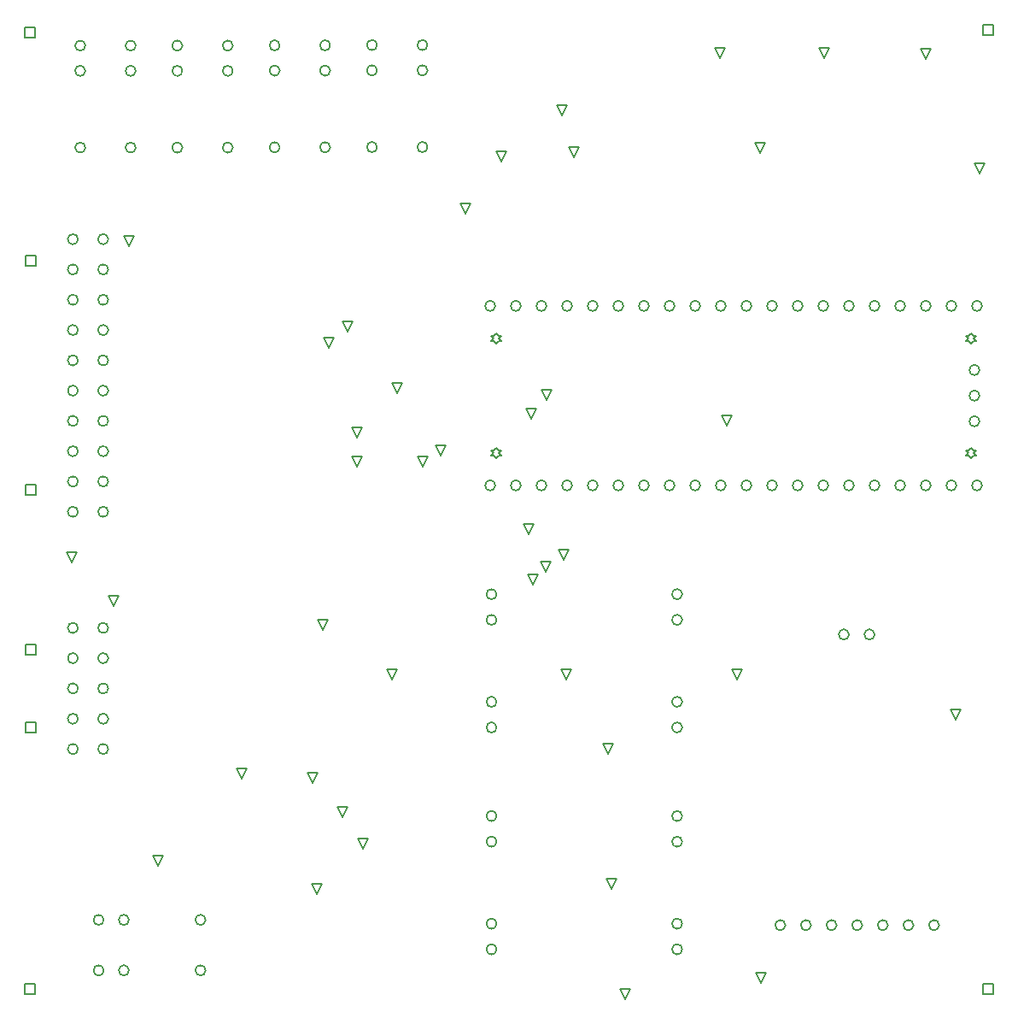
<source format=gbr>
%TF.GenerationSoftware,Altium Limited,Altium Designer,23.4.1 (23)*%
G04 Layer_Color=2752767*
%FSLAX45Y45*%
%MOMM*%
%TF.SameCoordinates,A75527D8-0430-496F-940A-C9051ED7E30B*%
%TF.FilePolarity,Positive*%
%TF.FileFunction,Drawing*%
%TF.Part,Single*%
G01*
G75*
%TA.AperFunction,NonConductor*%
%ADD72C,0.16933*%
%ADD74C,0.12700*%
D72*
X1025800Y2925000D02*
G03*
X1025800Y2925000I-50800J0D01*
G01*
Y3525000D02*
G03*
X1025800Y3525000I-50800J0D01*
G01*
Y3225000D02*
G03*
X1025800Y3225000I-50800J0D01*
G01*
Y3825000D02*
G03*
X1025800Y3825000I-50800J0D01*
G01*
X725800Y3525000D02*
G03*
X725800Y3525000I-50800J0D01*
G01*
Y3225000D02*
G03*
X725800Y3225000I-50800J0D01*
G01*
Y2925000D02*
G03*
X725800Y2925000I-50800J0D01*
G01*
Y2625000D02*
G03*
X725800Y2625000I-50800J0D01*
G01*
X1025800D02*
G03*
X1025800Y2625000I-50800J0D01*
G01*
X725800Y3825000D02*
G03*
X725800Y3825000I-50800J0D01*
G01*
Y6175000D02*
G03*
X725800Y6175000I-50800J0D01*
G01*
Y7075000D02*
G03*
X725800Y7075000I-50800J0D01*
G01*
Y6775000D02*
G03*
X725800Y6775000I-50800J0D01*
G01*
Y7675000D02*
G03*
X725800Y7675000I-50800J0D01*
G01*
Y7375000D02*
G03*
X725800Y7375000I-50800J0D01*
G01*
Y6475000D02*
G03*
X725800Y6475000I-50800J0D01*
G01*
Y5275000D02*
G03*
X725800Y5275000I-50800J0D01*
G01*
Y4975000D02*
G03*
X725800Y4975000I-50800J0D01*
G01*
Y5875000D02*
G03*
X725800Y5875000I-50800J0D01*
G01*
Y5575000D02*
G03*
X725800Y5575000I-50800J0D01*
G01*
X1025800Y4975000D02*
G03*
X1025800Y4975000I-50800J0D01*
G01*
Y5275000D02*
G03*
X1025800Y5275000I-50800J0D01*
G01*
Y5575000D02*
G03*
X1025800Y5575000I-50800J0D01*
G01*
Y5875000D02*
G03*
X1025800Y5875000I-50800J0D01*
G01*
Y6175000D02*
G03*
X1025800Y6175000I-50800J0D01*
G01*
Y6475000D02*
G03*
X1025800Y6475000I-50800J0D01*
G01*
Y6775000D02*
G03*
X1025800Y6775000I-50800J0D01*
G01*
Y7075000D02*
G03*
X1025800Y7075000I-50800J0D01*
G01*
Y7375000D02*
G03*
X1025800Y7375000I-50800J0D01*
G01*
Y7675000D02*
G03*
X1025800Y7675000I-50800J0D01*
G01*
X1990800Y932500D02*
G03*
X1990800Y932500I-50800J0D01*
G01*
X1230800D02*
G03*
X1230800Y932500I-50800J0D01*
G01*
X980800D02*
G03*
X980800Y932500I-50800J0D01*
G01*
Y432500D02*
G03*
X980800Y432500I-50800J0D01*
G01*
X1230800D02*
G03*
X1230800Y432500I-50800J0D01*
G01*
X1990800D02*
G03*
X1990800Y432500I-50800J0D01*
G01*
X1298300Y8582500D02*
G03*
X1298300Y8582500I-50800J0D01*
G01*
Y9342500D02*
G03*
X1298300Y9342500I-50800J0D01*
G01*
Y9592500D02*
G03*
X1298300Y9592500I-50800J0D01*
G01*
X798300D02*
G03*
X798300Y9592500I-50800J0D01*
G01*
Y9342500D02*
G03*
X798300Y9342500I-50800J0D01*
G01*
Y8582500D02*
G03*
X798300Y8582500I-50800J0D01*
G01*
X4190800Y8587500D02*
G03*
X4190800Y8587500I-50800J0D01*
G01*
Y9347500D02*
G03*
X4190800Y9347500I-50800J0D01*
G01*
Y9597500D02*
G03*
X4190800Y9597500I-50800J0D01*
G01*
X3690800D02*
G03*
X3690800Y9597500I-50800J0D01*
G01*
Y9347500D02*
G03*
X3690800Y9347500I-50800J0D01*
G01*
Y8587500D02*
G03*
X3690800Y8587500I-50800J0D01*
G01*
X3225800Y8585000D02*
G03*
X3225800Y8585000I-50800J0D01*
G01*
Y9345000D02*
G03*
X3225800Y9345000I-50800J0D01*
G01*
Y9595000D02*
G03*
X3225800Y9595000I-50800J0D01*
G01*
X2725800D02*
G03*
X2725800Y9595000I-50800J0D01*
G01*
Y9345000D02*
G03*
X2725800Y9345000I-50800J0D01*
G01*
Y8585000D02*
G03*
X2725800Y8585000I-50800J0D01*
G01*
X2260800Y8582500D02*
G03*
X2260800Y8582500I-50800J0D01*
G01*
Y9342500D02*
G03*
X2260800Y9342500I-50800J0D01*
G01*
Y9592500D02*
G03*
X2260800Y9592500I-50800J0D01*
G01*
X1760800D02*
G03*
X1760800Y9592500I-50800J0D01*
G01*
Y9342500D02*
G03*
X1760800Y9342500I-50800J0D01*
G01*
Y8582500D02*
G03*
X1760800Y8582500I-50800J0D01*
G01*
X9663400Y6379000D02*
G03*
X9663400Y6379000I-50800J0D01*
G01*
Y5871000D02*
G03*
X9663400Y5871000I-50800J0D01*
G01*
Y6125000D02*
G03*
X9663400Y6125000I-50800J0D01*
G01*
X6640800Y7014000D02*
G03*
X6640800Y7014000I-50800J0D01*
G01*
X7910800D02*
G03*
X7910800Y7014000I-50800J0D01*
G01*
X9180800Y5236000D02*
G03*
X9180800Y5236000I-50800J0D01*
G01*
X7910800D02*
G03*
X7910800Y5236000I-50800J0D01*
G01*
X4862800Y7014000D02*
G03*
X4862800Y7014000I-50800J0D01*
G01*
X5116800D02*
G03*
X5116800Y7014000I-50800J0D01*
G01*
X5624800D02*
G03*
X5624800Y7014000I-50800J0D01*
G01*
X5878800D02*
G03*
X5878800Y7014000I-50800J0D01*
G01*
X6132800D02*
G03*
X6132800Y7014000I-50800J0D01*
G01*
X6386800D02*
G03*
X6386800Y7014000I-50800J0D01*
G01*
X6894800D02*
G03*
X6894800Y7014000I-50800J0D01*
G01*
X7148800D02*
G03*
X7148800Y7014000I-50800J0D01*
G01*
X7402800D02*
G03*
X7402800Y7014000I-50800J0D01*
G01*
X7656800D02*
G03*
X7656800Y7014000I-50800J0D01*
G01*
X8164800D02*
G03*
X8164800Y7014000I-50800J0D01*
G01*
X8418800D02*
G03*
X8418800Y7014000I-50800J0D01*
G01*
X8672800D02*
G03*
X8672800Y7014000I-50800J0D01*
G01*
X8926800D02*
G03*
X8926800Y7014000I-50800J0D01*
G01*
X9434800D02*
G03*
X9434800Y7014000I-50800J0D01*
G01*
X9688800D02*
G03*
X9688800Y7014000I-50800J0D01*
G01*
Y5236000D02*
G03*
X9688800Y5236000I-50800J0D01*
G01*
X9434800D02*
G03*
X9434800Y5236000I-50800J0D01*
G01*
X8926800D02*
G03*
X8926800Y5236000I-50800J0D01*
G01*
X8672800D02*
G03*
X8672800Y5236000I-50800J0D01*
G01*
X8418800D02*
G03*
X8418800Y5236000I-50800J0D01*
G01*
X8164800D02*
G03*
X8164800Y5236000I-50800J0D01*
G01*
X7656800D02*
G03*
X7656800Y5236000I-50800J0D01*
G01*
X7402800D02*
G03*
X7402800Y5236000I-50800J0D01*
G01*
X7148800D02*
G03*
X7148800Y5236000I-50800J0D01*
G01*
X6894800D02*
G03*
X6894800Y5236000I-50800J0D01*
G01*
X6386800D02*
G03*
X6386800Y5236000I-50800J0D01*
G01*
X6132800D02*
G03*
X6132800Y5236000I-50800J0D01*
G01*
X5878800D02*
G03*
X5878800Y5236000I-50800J0D01*
G01*
X5624800D02*
G03*
X5624800Y5236000I-50800J0D01*
G01*
X5116800D02*
G03*
X5116800Y5236000I-50800J0D01*
G01*
X4862800D02*
G03*
X4862800Y5236000I-50800J0D01*
G01*
X5370800D02*
G03*
X5370800Y5236000I-50800J0D01*
G01*
X6640800D02*
G03*
X6640800Y5236000I-50800J0D01*
G01*
X5370800Y7014000D02*
G03*
X5370800Y7014000I-50800J0D01*
G01*
X9180800D02*
G03*
X9180800Y7014000I-50800J0D01*
G01*
X4875800Y1961000D02*
G03*
X4875800Y1961000I-50800J0D01*
G01*
Y1707000D02*
G03*
X4875800Y1707000I-50800J0D01*
G01*
Y641000D02*
G03*
X4875800Y641000I-50800J0D01*
G01*
X6715800Y895000D02*
G03*
X6715800Y895000I-50800J0D01*
G01*
Y641000D02*
G03*
X6715800Y641000I-50800J0D01*
G01*
X4875800Y895000D02*
G03*
X4875800Y895000I-50800J0D01*
G01*
X6715800Y1707000D02*
G03*
X6715800Y1707000I-50800J0D01*
G01*
Y1961000D02*
G03*
X6715800Y1961000I-50800J0D01*
G01*
Y4158500D02*
G03*
X6715800Y4158500I-50800J0D01*
G01*
Y3904500D02*
G03*
X6715800Y3904500I-50800J0D01*
G01*
X4875800Y3092500D02*
G03*
X4875800Y3092500I-50800J0D01*
G01*
X6715800Y2838500D02*
G03*
X6715800Y2838500I-50800J0D01*
G01*
Y3092500D02*
G03*
X6715800Y3092500I-50800J0D01*
G01*
X4875800Y2838500D02*
G03*
X4875800Y2838500I-50800J0D01*
G01*
Y3904500D02*
G03*
X4875800Y3904500I-50800J0D01*
G01*
Y4158500D02*
G03*
X4875800Y4158500I-50800J0D01*
G01*
X9008800Y880000D02*
G03*
X9008800Y880000I-50800J0D01*
G01*
X7738800D02*
G03*
X7738800Y880000I-50800J0D01*
G01*
X7992800D02*
G03*
X7992800Y880000I-50800J0D01*
G01*
X8246800D02*
G03*
X8246800Y880000I-50800J0D01*
G01*
X8500800D02*
G03*
X8500800Y880000I-50800J0D01*
G01*
X8754800D02*
G03*
X8754800Y880000I-50800J0D01*
G01*
X9262800D02*
G03*
X9262800Y880000I-50800J0D01*
G01*
X8622800Y3760000D02*
G03*
X8622800Y3760000I-50800J0D01*
G01*
X8368800D02*
G03*
X8368800Y3760000I-50800J0D01*
G01*
D74*
X205700Y3558200D02*
Y3659800D01*
X307300D01*
Y3558200D01*
X205700D01*
X205700Y2788200D02*
Y2889800D01*
X307300D01*
Y2788200D01*
X205700D01*
Y5138200D02*
Y5239800D01*
X307300D01*
Y5138200D01*
X205700D01*
X205700Y7408200D02*
Y7509800D01*
X307300D01*
Y7408200D01*
X205700D01*
X9575000Y5504201D02*
X9600400Y5529601D01*
X9625800D01*
X9600400Y5555001D01*
X9625800Y5580401D01*
X9600400D01*
X9575000Y5605801D01*
X9549600Y5580401D01*
X9524200D01*
X9549600Y5555001D01*
X9524200Y5529601D01*
X9549600D01*
X9575000Y5504201D01*
X4874999Y6644200D02*
X4900399Y6669600D01*
X4925799D01*
X4900399Y6695000D01*
X4925799Y6720400D01*
X4900399D01*
X4874999Y6745800D01*
X4849599Y6720400D01*
X4824199D01*
X4849599Y6695000D01*
X4824199Y6669600D01*
X4849599D01*
X4874999Y6644200D01*
X9575000D02*
X9600400Y6669600D01*
X9625800D01*
X9600400Y6695000D01*
X9625800Y6720400D01*
X9600400D01*
X9575000Y6745800D01*
X9549600Y6720400D01*
X9524200D01*
X9549600Y6695000D01*
X9524200Y6669600D01*
X9549600D01*
X9575000Y6644200D01*
X4874999Y5504201D02*
X4900399Y5529601D01*
X4925799D01*
X4900399Y5555001D01*
X4925799Y5580401D01*
X4900399D01*
X4874999Y5605801D01*
X4849599Y5580401D01*
X4824199D01*
X4849599Y5555001D01*
X4824199Y5529601D01*
X4849599D01*
X4874999Y5504201D01*
X5565000Y3309200D02*
X5514200Y3410800D01*
X5615800D01*
X5565000Y3309200D01*
X3092500Y1184200D02*
X3041700Y1285800D01*
X3143300D01*
X3092500Y1184200D01*
X7155000Y5824200D02*
X7104200Y5925800D01*
X7205800D01*
X7155000Y5824200D01*
X4317500Y5529200D02*
X4266700Y5630800D01*
X4368300D01*
X4317500Y5529200D01*
X4140000Y5420700D02*
X4089200Y5522300D01*
X4190800D01*
X4140000Y5420700D01*
X3490000D02*
X3439200Y5522300D01*
X3540800D01*
X3490000Y5420700D01*
Y5705468D02*
X3439200Y5807068D01*
X3540800D01*
X3490000Y5705468D01*
X3154366Y3800841D02*
X3103566Y3902441D01*
X3205166D01*
X3154366Y3800841D01*
X3835200Y3309400D02*
X3784400Y3411000D01*
X3886000D01*
X3835200Y3309400D01*
X7487500Y8526700D02*
X7436700Y8628300D01*
X7538300D01*
X7487500Y8526700D01*
X4925000Y8441700D02*
X4874200Y8543300D01*
X4975800D01*
X4925000Y8441700D01*
X9662500Y8329200D02*
X9611700Y8430800D01*
X9713300D01*
X9662500Y8329200D01*
X6012500Y1236700D02*
X5961700Y1338300D01*
X6063300D01*
X6012500Y1236700D01*
X667500Y4476700D02*
X616700Y4578300D01*
X718300D01*
X667500Y4476700D01*
X3215000Y6596700D02*
X3164200Y6698300D01*
X3265800D01*
X3215000Y6596700D01*
X5640000Y8489200D02*
X5589200Y8590800D01*
X5690800D01*
X5640000Y8489200D01*
X5235000Y4254200D02*
X5184200Y4355800D01*
X5285800D01*
X5235000Y4254200D01*
X5360000Y4380700D02*
X5309200Y4482300D01*
X5410800D01*
X5360000Y4380700D01*
X1517700Y1466900D02*
X1466900Y1568500D01*
X1568500D01*
X1517700Y1466900D01*
X9130000Y9459200D02*
X9079200Y9560800D01*
X9180800D01*
X9130000Y9459200D01*
X7090000Y9469200D02*
X7039200Y9570800D01*
X7140800D01*
X7090000Y9469200D01*
X1080000Y4039200D02*
X1029200Y4140800D01*
X1130800D01*
X1080000Y4039200D01*
X4570000Y7929200D02*
X4519200Y8030800D01*
X4620800D01*
X4570000Y7929200D01*
X9430000Y2914200D02*
X9379200Y3015800D01*
X9480800D01*
X9430000Y2914200D01*
X3350000Y1954200D02*
X3299200Y2055800D01*
X3400800D01*
X3350000Y1954200D01*
X3050000Y2289200D02*
X2999200Y2390800D01*
X3100800D01*
X3050000Y2289200D01*
X3550000Y1639200D02*
X3499200Y1740800D01*
X3600800D01*
X3550000Y1639200D01*
X199200Y199200D02*
Y300800D01*
X300800D01*
Y199200D01*
X199200D01*
X7497500Y309200D02*
X7446700Y410800D01*
X7548300D01*
X7497500Y309200D01*
X2345000Y2329200D02*
X2294200Y2430800D01*
X2395800D01*
X2345000Y2329200D01*
X7260000Y3316700D02*
X7209200Y3418300D01*
X7310800D01*
X7260000Y3316700D01*
X1230000Y7609200D02*
X1179200Y7710800D01*
X1280800D01*
X1230000Y7609200D01*
X5190000Y4749200D02*
X5139200Y4850800D01*
X5240800D01*
X5190000Y4749200D01*
X3890000Y6149200D02*
X3839200Y6250800D01*
X3940800D01*
X3890000Y6149200D01*
X3400000Y6759200D02*
X3349200Y6860800D01*
X3450800D01*
X3400000Y6759200D01*
X5220000Y5899200D02*
X5169200Y6000800D01*
X5270800D01*
X5220000Y5899200D01*
X5370000Y6079200D02*
X5319200Y6180800D01*
X5420800D01*
X5370000Y6079200D01*
X5540000Y4499200D02*
X5489200Y4600800D01*
X5590800D01*
X5540000Y4499200D01*
X5520000Y8899200D02*
X5469200Y9000800D01*
X5570800D01*
X5520000Y8899200D01*
X5980000Y2579200D02*
X5929200Y2680800D01*
X6030800D01*
X5980000Y2579200D01*
X8120000Y9469200D02*
X8069200Y9570800D01*
X8170800D01*
X8120000Y9469200D01*
X6150000Y149200D02*
X6099200Y250800D01*
X6200800D01*
X6150000Y149200D01*
X199200Y9674200D02*
Y9775800D01*
X300800D01*
Y9674200D01*
X199200D01*
X9699200Y199200D02*
Y300800D01*
X9800800D01*
Y199200D01*
X9699200D01*
Y9699200D02*
Y9800800D01*
X9800800D01*
Y9699200D01*
X9699200D01*
%TF.MD5,5686356e587b64ae21fe739e76fa9360*%
M02*

</source>
